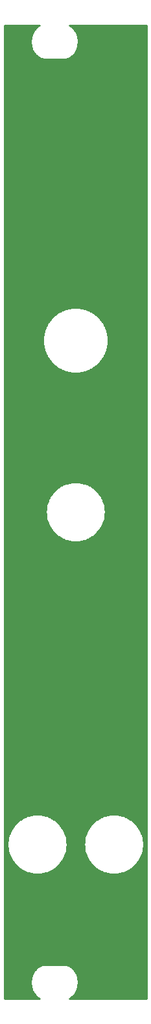
<source format=gtl>
G04 #@! TF.GenerationSoftware,KiCad,Pcbnew,(5.1.10)-1*
G04 #@! TF.CreationDate,2021-10-20T09:32:21-05:00*
G04 #@! TF.ProjectId,Slew Limiter Front Panel,536c6577-204c-4696-9d69-746572204672,1.0*
G04 #@! TF.SameCoordinates,Original*
G04 #@! TF.FileFunction,Copper,L1,Top*
G04 #@! TF.FilePolarity,Positive*
%FSLAX46Y46*%
G04 Gerber Fmt 4.6, Leading zero omitted, Abs format (unit mm)*
G04 Created by KiCad (PCBNEW (5.1.10)-1) date 2021-10-20 09:32:21*
%MOMM*%
%LPD*%
G01*
G04 APERTURE LIST*
G04 #@! TA.AperFunction,NonConductor*
%ADD10C,0.254000*%
G04 #@! TD*
G04 #@! TA.AperFunction,NonConductor*
%ADD11C,0.100000*%
G04 #@! TD*
G04 APERTURE END LIST*
D10*
X-4767174Y63238998D02*
X-4819549Y63210779D01*
X-4829082Y63202916D01*
X-4839751Y63196698D01*
X-4848029Y63190632D01*
X-5046143Y63043311D01*
X-5097134Y62997019D01*
X-5148390Y62951227D01*
X-5152213Y62947015D01*
X-5152350Y62946890D01*
X-5152458Y62946744D01*
X-5155287Y62943627D01*
X-5328016Y62750594D01*
X-5358789Y62708583D01*
X-5391760Y62668302D01*
X-5397395Y62659725D01*
X-5509145Y62486997D01*
X-5529020Y62448492D01*
X-5551811Y62411660D01*
X-5556270Y62402417D01*
X-5647716Y62209384D01*
X-5661873Y62169949D01*
X-5679186Y62131818D01*
X-5682429Y62122082D01*
X-5751008Y61911264D01*
X-5758149Y61878837D01*
X-5768655Y61847346D01*
X-5770868Y61837325D01*
X-5819121Y61611262D01*
X-5823287Y61574404D01*
X-5830916Y61538109D01*
X-5831966Y61527901D01*
X-5854832Y61289134D01*
X-5854764Y61259131D01*
X-5858107Y61229328D01*
X-5858179Y61219066D01*
X-5858179Y61137805D01*
X-5856789Y61123629D01*
X-5857630Y61109418D01*
X-5857163Y61099166D01*
X-5844460Y60857859D01*
X-5838542Y60818793D01*
X-5836083Y60779369D01*
X-5834377Y60769250D01*
X-5793746Y60538105D01*
X-5785124Y60507161D01*
X-5779894Y60475472D01*
X-5777174Y60465577D01*
X-5716196Y60249678D01*
X-5701332Y60211693D01*
X-5689729Y60172594D01*
X-5685797Y60163115D01*
X-5601995Y59965000D01*
X-5582756Y59929607D01*
X-5566626Y59892697D01*
X-5561557Y59883775D01*
X-5457406Y59703423D01*
X-5426170Y59659803D01*
X-5397127Y59614693D01*
X-5390700Y59606693D01*
X-5223053Y59400955D01*
X-5175886Y59353417D01*
X-5129451Y59305364D01*
X-5122046Y59299153D01*
X-5122019Y59299126D01*
X-5121992Y59299107D01*
X-5121588Y59298769D01*
X-4931096Y59141286D01*
X-4924211Y59136645D01*
X-4918237Y59130898D01*
X-4864839Y59096627D01*
X-4812147Y59061111D01*
X-4804493Y59057897D01*
X-4797515Y59053418D01*
X-4788346Y59048808D01*
X-4572447Y58942139D01*
X-4557400Y58936455D01*
X-4543383Y58928560D01*
X-4490411Y58911153D01*
X-4438254Y58891452D01*
X-4422387Y58888799D01*
X-4407105Y58883777D01*
X-4397075Y58881609D01*
X-4165931Y58833356D01*
X-4111087Y58827406D01*
X-4056594Y58818983D01*
X-4046344Y58818484D01*
X-3985387Y58815943D01*
X-3975188Y58816516D01*
X-3965037Y58815377D01*
X-3954775Y58815305D01*
X-1541766Y58815305D01*
X-1496090Y58819784D01*
X-1450217Y58821029D01*
X-1440043Y58822378D01*
X-1203838Y58855386D01*
X-1186572Y58859549D01*
X-1168898Y58861131D01*
X-1116996Y58876323D01*
X-1064388Y58889007D01*
X-1048264Y58896442D01*
X-1031227Y58901429D01*
X-1021734Y58905326D01*
X-803293Y58996772D01*
X-792437Y59002621D01*
X-780781Y59006642D01*
X-729378Y59036597D01*
X-677011Y59064813D01*
X-667500Y59072657D01*
X-656843Y59078868D01*
X-648565Y59084934D01*
X-450429Y59232255D01*
X-399446Y59278536D01*
X-348119Y59324397D01*
X-344350Y59328550D01*
X-344217Y59328671D01*
X-344112Y59328812D01*
X-341223Y59331996D01*
X-168516Y59525029D01*
X-137780Y59566995D01*
X-104840Y59607231D01*
X-99204Y59615808D01*
X12568Y59788536D01*
X34293Y59830615D01*
X58762Y59871140D01*
X63119Y59880431D01*
X152002Y60073463D01*
X163114Y60105511D01*
X177466Y60136229D01*
X180815Y60145930D01*
X251935Y60356748D01*
X260319Y60392942D01*
X272078Y60428179D01*
X274291Y60438200D01*
X322565Y60664263D01*
X327177Y60705031D01*
X335186Y60745256D01*
X336128Y60755475D01*
X356433Y60994242D01*
X356245Y61008848D01*
X358325Y61023302D01*
X358717Y61033556D01*
X361258Y61114840D01*
X359550Y61140488D01*
X361070Y61166135D01*
X360604Y61176387D01*
X347921Y61417672D01*
X341998Y61456797D01*
X339531Y61496284D01*
X337824Y61506403D01*
X297172Y61737548D01*
X288564Y61768430D01*
X283349Y61800048D01*
X280630Y61809944D01*
X219674Y62025844D01*
X203960Y62066012D01*
X191437Y62107261D01*
X187447Y62116716D01*
X101082Y62317372D01*
X81654Y62352583D01*
X65332Y62389323D01*
X60208Y62398215D01*
X-43920Y62576025D01*
X-72512Y62615444D01*
X-98565Y62656582D01*
X-104932Y62664630D01*
X-270038Y62870366D01*
X-270236Y62870568D01*
X-270388Y62870801D01*
X-319943Y62921421D01*
X-370309Y62972947D01*
X-370542Y62973107D01*
X-370737Y62973306D01*
X-378643Y62979849D01*
X-571676Y63137333D01*
X-575144Y63139638D01*
X-578128Y63142536D01*
X-634851Y63179321D01*
X-691143Y63216733D01*
X-694988Y63218319D01*
X-698483Y63220585D01*
X-707630Y63225238D01*
X-786196Y63264517D01*
X9266241Y63264517D01*
X9266241Y-63263828D01*
X-771997Y-63263828D01*
X-729382Y-63238994D01*
X-677014Y-63210778D01*
X-667502Y-63202933D01*
X-656843Y-63196721D01*
X-648565Y-63190655D01*
X-450429Y-63043334D01*
X-399446Y-62997053D01*
X-348119Y-62951192D01*
X-344350Y-62947039D01*
X-344217Y-62946918D01*
X-344112Y-62946777D01*
X-341223Y-62943593D01*
X-168516Y-62750560D01*
X-137780Y-62708594D01*
X-104840Y-62668358D01*
X-99204Y-62659781D01*
X12568Y-62487053D01*
X34293Y-62444974D01*
X58762Y-62404449D01*
X63119Y-62395158D01*
X152002Y-62202126D01*
X163114Y-62170078D01*
X177466Y-62139360D01*
X180815Y-62129659D01*
X251935Y-61918841D01*
X260319Y-61882647D01*
X272078Y-61847410D01*
X274291Y-61837389D01*
X322565Y-61611326D01*
X327176Y-61570560D01*
X335186Y-61530332D01*
X336128Y-61520113D01*
X356433Y-61281346D01*
X356244Y-61266735D01*
X358324Y-61252287D01*
X358717Y-61242032D01*
X361258Y-61160750D01*
X359550Y-61135102D01*
X361070Y-61109454D01*
X360604Y-61099202D01*
X347921Y-60857917D01*
X341997Y-60818792D01*
X339531Y-60779306D01*
X337824Y-60769186D01*
X297172Y-60538041D01*
X288565Y-60507161D01*
X283349Y-60475539D01*
X280630Y-60465643D01*
X219674Y-60249744D01*
X203960Y-60209576D01*
X191437Y-60168328D01*
X187447Y-60158873D01*
X101082Y-59958217D01*
X81654Y-59923006D01*
X65332Y-59886266D01*
X60208Y-59877374D01*
X-43920Y-59699564D01*
X-72514Y-59660142D01*
X-98564Y-59619009D01*
X-104931Y-59610960D01*
X-270037Y-59405223D01*
X-270235Y-59405020D01*
X-270389Y-59404785D01*
X-320231Y-59353872D01*
X-370307Y-59302643D01*
X-370540Y-59302483D01*
X-370738Y-59302281D01*
X-378644Y-59295738D01*
X-571677Y-59138255D01*
X-575145Y-59135950D01*
X-578128Y-59133053D01*
X-634820Y-59096289D01*
X-691145Y-59058854D01*
X-694993Y-59057267D01*
X-698483Y-59055004D01*
X-707630Y-59050351D01*
X-920989Y-58943682D01*
X-937601Y-58937318D01*
X-953097Y-58928587D01*
X-1004452Y-58911705D01*
X-1054941Y-58892362D01*
X-1072473Y-58889345D01*
X-1089370Y-58883791D01*
X-1099401Y-58881623D01*
X-1330545Y-58833348D01*
X-1385414Y-58827390D01*
X-1439959Y-58818960D01*
X-1450209Y-58818461D01*
X-1511166Y-58815921D01*
X-1521362Y-58816494D01*
X-1531504Y-58815356D01*
X-1541766Y-58815284D01*
X-3954775Y-58815284D01*
X-4000479Y-58819765D01*
X-4046379Y-58821015D01*
X-4056552Y-58822365D01*
X-4292778Y-58855394D01*
X-4310008Y-58859550D01*
X-4327663Y-58861130D01*
X-4379609Y-58876336D01*
X-4432227Y-58889026D01*
X-4448324Y-58896450D01*
X-4465333Y-58901429D01*
X-4474827Y-58905325D01*
X-4693268Y-58996771D01*
X-4704146Y-59002632D01*
X-4715818Y-59006659D01*
X-4767186Y-59036598D01*
X-4819551Y-59064812D01*
X-4829081Y-59072672D01*
X-4839751Y-59078891D01*
X-4848029Y-59084957D01*
X-5046143Y-59232278D01*
X-5097134Y-59278570D01*
X-5148390Y-59324362D01*
X-5152213Y-59328574D01*
X-5152350Y-59328699D01*
X-5152458Y-59328845D01*
X-5155287Y-59331962D01*
X-5328016Y-59524995D01*
X-5358789Y-59567006D01*
X-5391760Y-59607287D01*
X-5397395Y-59615864D01*
X-5509145Y-59788592D01*
X-5529020Y-59827097D01*
X-5551811Y-59863929D01*
X-5556270Y-59873172D01*
X-5647716Y-60066205D01*
X-5661873Y-60105640D01*
X-5679186Y-60143771D01*
X-5682429Y-60153507D01*
X-5751008Y-60364325D01*
X-5758149Y-60396752D01*
X-5768655Y-60428243D01*
X-5770868Y-60438264D01*
X-5819121Y-60664327D01*
X-5823287Y-60701185D01*
X-5830916Y-60737480D01*
X-5831966Y-60747688D01*
X-5854832Y-60986454D01*
X-5854764Y-61016457D01*
X-5858107Y-61046260D01*
X-5858179Y-61056522D01*
X-5858179Y-61137784D01*
X-5856789Y-61151960D01*
X-5857630Y-61166171D01*
X-5857163Y-61176423D01*
X-5844460Y-61417730D01*
X-5838542Y-61456796D01*
X-5836083Y-61496220D01*
X-5834377Y-61506340D01*
X-5793746Y-61737484D01*
X-5785124Y-61768429D01*
X-5779894Y-61800115D01*
X-5777174Y-61810010D01*
X-5716196Y-62025910D01*
X-5701333Y-62063892D01*
X-5689729Y-62102995D01*
X-5685797Y-62112474D01*
X-5601995Y-62310589D01*
X-5582756Y-62345982D01*
X-5566626Y-62382892D01*
X-5561557Y-62391814D01*
X-5457406Y-62572166D01*
X-5426163Y-62615797D01*
X-5397125Y-62660897D01*
X-5390699Y-62668898D01*
X-5223052Y-62874634D01*
X-5175891Y-62922166D01*
X-5129453Y-62970223D01*
X-5122047Y-62976434D01*
X-5122018Y-62976463D01*
X-5121988Y-62976483D01*
X-5121590Y-62976817D01*
X-4931098Y-63134301D01*
X-4924213Y-63138942D01*
X-4918237Y-63144691D01*
X-4864836Y-63178964D01*
X-4812149Y-63214477D01*
X-4804494Y-63217692D01*
X-4797515Y-63222171D01*
X-4788346Y-63226781D01*
X-4713363Y-63263828D01*
X-9266241Y-63263828D01*
X-9266241Y-43224164D01*
X-8909598Y-43224164D01*
X-8909189Y-43234418D01*
X-8893944Y-43559527D01*
X-8889109Y-43592732D01*
X-8887757Y-43626248D01*
X-8886275Y-43636402D01*
X-8838022Y-43951370D01*
X-8830124Y-43982333D01*
X-8825632Y-44013954D01*
X-8823135Y-44023908D01*
X-8744393Y-44328714D01*
X-8733858Y-44357525D01*
X-8726615Y-44387327D01*
X-8723162Y-44396991D01*
X-8616494Y-44689092D01*
X-8602387Y-44718455D01*
X-8591494Y-44749158D01*
X-8587071Y-44758418D01*
X-8452431Y-45035275D01*
X-8437953Y-45058869D01*
X-8426411Y-45084029D01*
X-8421180Y-45092859D01*
X-8263718Y-45354471D01*
X-8245537Y-45378913D01*
X-8230223Y-45405240D01*
X-8224164Y-45413523D01*
X-8041272Y-45659912D01*
X-8018670Y-45684851D01*
X-7998784Y-45711994D01*
X-7991888Y-45719593D01*
X-7786151Y-45943115D01*
X-7765701Y-45961382D01*
X-7747610Y-45981978D01*
X-7740069Y-45988938D01*
X-7514006Y-46194675D01*
X-7490138Y-46212469D01*
X-7468462Y-46232874D01*
X-7460296Y-46239088D01*
X-7216470Y-46421959D01*
X-7191113Y-46437358D01*
X-7167692Y-46455559D01*
X-7158975Y-46460974D01*
X-6897340Y-46621000D01*
X-6867594Y-46635413D01*
X-6839536Y-46652880D01*
X-6830305Y-46657363D01*
X-6553449Y-46789439D01*
X-6525429Y-46799584D01*
X-6498759Y-46812861D01*
X-6489144Y-46816450D01*
X-6197044Y-46923139D01*
X-6167319Y-46930807D01*
X-6138637Y-46941751D01*
X-6128719Y-46944387D01*
X-5823914Y-47023129D01*
X-5792353Y-47028063D01*
X-5761517Y-47036389D01*
X-5751384Y-47038014D01*
X-5436438Y-47086267D01*
X-5402936Y-47088088D01*
X-5369800Y-47093386D01*
X-5359552Y-47093938D01*
X-5034422Y-47109183D01*
X-5005110Y-47107690D01*
X-4975822Y-47109592D01*
X-4965568Y-47109183D01*
X-4640459Y-47093938D01*
X-4607254Y-47089103D01*
X-4573737Y-47087751D01*
X-4563582Y-47086269D01*
X-4248615Y-47038016D01*
X-4216930Y-47029934D01*
X-4184579Y-47025271D01*
X-4174631Y-47022754D01*
X-3872366Y-46944012D01*
X-3844252Y-46933667D01*
X-3815153Y-46926593D01*
X-3805489Y-46923140D01*
X-3513388Y-46816450D01*
X-3487698Y-46804106D01*
X-3460742Y-46794876D01*
X-3451434Y-46790555D01*
X-3172037Y-46658479D01*
X-3142546Y-46640829D01*
X-3111418Y-46626278D01*
X-3102627Y-46620985D01*
X-2841015Y-46460960D01*
X-2817363Y-46443102D01*
X-2791822Y-46428077D01*
X-2783569Y-46421978D01*
X-2539721Y-46239108D01*
X-2517744Y-46218993D01*
X-2493623Y-46201529D01*
X-2485985Y-46194675D01*
X-2259922Y-45988938D01*
X-2240021Y-45966909D01*
X-2217726Y-45947304D01*
X-2210770Y-45939759D01*
X-2007574Y-45716237D01*
X-1988814Y-45691044D01*
X-1967409Y-45668076D01*
X-1961235Y-45659878D01*
X-1778365Y-45413489D01*
X-1764047Y-45389644D01*
X-1746981Y-45367685D01*
X-1741565Y-45358968D01*
X-1581541Y-45097357D01*
X-1568312Y-45070057D01*
X-1552093Y-45044431D01*
X-1547541Y-45035234D01*
X-1412923Y-44758378D01*
X-1401619Y-44727871D01*
X-1387124Y-44698753D01*
X-1383535Y-44689138D01*
X-1276846Y-44397038D01*
X-1268459Y-44364527D01*
X-1256739Y-44333073D01*
X-1254180Y-44323135D01*
X-1177979Y-44018330D01*
X-1173713Y-43989565D01*
X-1166136Y-43961503D01*
X-1164510Y-43951370D01*
X-1116257Y-43636402D01*
X-1114592Y-43605749D01*
X-1109511Y-43575490D01*
X-1108878Y-43565247D01*
X-1091093Y-43240138D01*
X-1091781Y-43224161D01*
X1090394Y-43224161D01*
X1090803Y-43234416D01*
X1106047Y-43559524D01*
X1110882Y-43592728D01*
X1112234Y-43626248D01*
X1113716Y-43636402D01*
X1161969Y-43951370D01*
X1169867Y-43982333D01*
X1174359Y-44013954D01*
X1176856Y-44023908D01*
X1255598Y-44328714D01*
X1266134Y-44357528D01*
X1273377Y-44387329D01*
X1276829Y-44396993D01*
X1383498Y-44689094D01*
X1397607Y-44718461D01*
X1408498Y-44749158D01*
X1412921Y-44758418D01*
X1547561Y-45035275D01*
X1562039Y-45058869D01*
X1573581Y-45084029D01*
X1578812Y-45092859D01*
X1736274Y-45354471D01*
X1754454Y-45378911D01*
X1769768Y-45405239D01*
X1775827Y-45413522D01*
X1958718Y-45659911D01*
X1981323Y-45684853D01*
X2001207Y-45711994D01*
X2008103Y-45719593D01*
X2213840Y-45943115D01*
X2234290Y-45961382D01*
X2252381Y-45981978D01*
X2259922Y-45988938D01*
X2485985Y-46194675D01*
X2509857Y-46212472D01*
X2531530Y-46232874D01*
X2539696Y-46239089D01*
X2783524Y-46421960D01*
X2808879Y-46437358D01*
X2832299Y-46455558D01*
X2841016Y-46460974D01*
X3102649Y-46620999D01*
X3132402Y-46635415D01*
X3160456Y-46652880D01*
X3169687Y-46657364D01*
X3446544Y-46789440D01*
X3474568Y-46799586D01*
X3501233Y-46812861D01*
X3510848Y-46816450D01*
X3802948Y-46923139D01*
X3832673Y-46930807D01*
X3861355Y-46941751D01*
X3871273Y-46944387D01*
X4176078Y-47023129D01*
X4207639Y-47028063D01*
X4238475Y-47036389D01*
X4248608Y-47038014D01*
X4563554Y-47086267D01*
X4597056Y-47088088D01*
X4630192Y-47093386D01*
X4640440Y-47093938D01*
X4965570Y-47109183D01*
X4994882Y-47107690D01*
X5024170Y-47109592D01*
X5034424Y-47109183D01*
X5359533Y-47093938D01*
X5392738Y-47089103D01*
X5426254Y-47087751D01*
X5436408Y-47086269D01*
X5751376Y-47038016D01*
X5783059Y-47029934D01*
X5815413Y-47025271D01*
X5825362Y-47022754D01*
X6127626Y-46944012D01*
X6155739Y-46933667D01*
X6184838Y-46926593D01*
X6194502Y-46923140D01*
X6486603Y-46816450D01*
X6512293Y-46804106D01*
X6539249Y-46794876D01*
X6548557Y-46790555D01*
X6827954Y-46658479D01*
X6857445Y-46640829D01*
X6888573Y-46626278D01*
X6897364Y-46620985D01*
X7158976Y-46460960D01*
X7182628Y-46443102D01*
X7208169Y-46428077D01*
X7216422Y-46421978D01*
X7460270Y-46239108D01*
X7482247Y-46218993D01*
X7506368Y-46201529D01*
X7514006Y-46194675D01*
X7740069Y-45988938D01*
X7759970Y-45966909D01*
X7782265Y-45947304D01*
X7789221Y-45939759D01*
X7992417Y-45716237D01*
X8011177Y-45691044D01*
X8032582Y-45668076D01*
X8038756Y-45659878D01*
X8221626Y-45413489D01*
X8235942Y-45389647D01*
X8253009Y-45367687D01*
X8258425Y-45358970D01*
X8418450Y-45097358D01*
X8431679Y-45070058D01*
X8447900Y-45044429D01*
X8452452Y-45035232D01*
X8587069Y-44758376D01*
X8598372Y-44727869D01*
X8612867Y-44698753D01*
X8616456Y-44689138D01*
X8723145Y-44397038D01*
X8731530Y-44364532D01*
X8743252Y-44333075D01*
X8745810Y-44323137D01*
X8822012Y-44018332D01*
X8826278Y-43989572D01*
X8833857Y-43961501D01*
X8835482Y-43951368D01*
X8883734Y-43636400D01*
X8885399Y-43605753D01*
X8890480Y-43575492D01*
X8891113Y-43565249D01*
X8908899Y-43240140D01*
X8907381Y-43204936D01*
X8909374Y-43169778D01*
X8908881Y-43159527D01*
X8891095Y-42836937D01*
X8886514Y-42807195D01*
X8885337Y-42777119D01*
X8883866Y-42766963D01*
X8835614Y-42449474D01*
X8828173Y-42420159D01*
X8824097Y-42390205D01*
X8821658Y-42380237D01*
X8745456Y-42077973D01*
X8734356Y-42047057D01*
X8726598Y-42015146D01*
X8723145Y-42005482D01*
X8616456Y-41713382D01*
X8602365Y-41684057D01*
X8591492Y-41653405D01*
X8587069Y-41644144D01*
X8452452Y-41367288D01*
X8436597Y-41341446D01*
X8423758Y-41313977D01*
X8418465Y-41305186D01*
X8258439Y-41043551D01*
X8241665Y-41021332D01*
X8227666Y-40997266D01*
X8221607Y-40988983D01*
X8038738Y-40742616D01*
X8017653Y-40719350D01*
X7999266Y-40693925D01*
X7992417Y-40686283D01*
X7789221Y-40462761D01*
X7767199Y-40442843D01*
X7747610Y-40420542D01*
X7740069Y-40413582D01*
X7514006Y-40207845D01*
X7490140Y-40190053D01*
X7468469Y-40169652D01*
X7460303Y-40163437D01*
X7216455Y-39980546D01*
X7191090Y-39965141D01*
X7167657Y-39946932D01*
X7158940Y-39941517D01*
X6897328Y-39781513D01*
X6866443Y-39766549D01*
X6837242Y-39748511D01*
X6827995Y-39744060D01*
X6548598Y-39611963D01*
X6521725Y-39602339D01*
X6496174Y-39589621D01*
X6486559Y-39586033D01*
X6194458Y-39479364D01*
X6165474Y-39471889D01*
X6137538Y-39461165D01*
X6127626Y-39458508D01*
X5825362Y-39379766D01*
X5793063Y-39374650D01*
X5761509Y-39366130D01*
X5751376Y-39364504D01*
X5436408Y-39316251D01*
X5405755Y-39314586D01*
X5375496Y-39309505D01*
X5365253Y-39308872D01*
X5040144Y-39291087D01*
X5005099Y-39292598D01*
X4970101Y-39290599D01*
X4959851Y-39291087D01*
X4634720Y-39308872D01*
X4604373Y-39313533D01*
X4573709Y-39314770D01*
X4563554Y-39316253D01*
X4248608Y-39364506D01*
X4217653Y-39372402D01*
X4186032Y-39376894D01*
X4176078Y-39379391D01*
X3871273Y-39458133D01*
X3842461Y-39468668D01*
X3812657Y-39475912D01*
X3802992Y-39479365D01*
X3510892Y-39586033D01*
X3483989Y-39598958D01*
X3455796Y-39608725D01*
X3446503Y-39613079D01*
X3169646Y-39745176D01*
X3141380Y-39762232D01*
X3111478Y-39776206D01*
X3102686Y-39781499D01*
X2841053Y-39941503D01*
X2817344Y-39959400D01*
X2791743Y-39974464D01*
X2783491Y-39980564D01*
X2539664Y-40163455D01*
X2517717Y-40183547D01*
X2493623Y-40200991D01*
X2485985Y-40207845D01*
X2259922Y-40413582D01*
X2241541Y-40433928D01*
X2220843Y-40451903D01*
X2213840Y-40459405D01*
X2008103Y-40682927D01*
X1987845Y-40709784D01*
X1964911Y-40734387D01*
X1958737Y-40742584D01*
X1775846Y-40988951D01*
X1760149Y-41015087D01*
X1741613Y-41039295D01*
X1736260Y-41048051D01*
X1578798Y-41309685D01*
X1566914Y-41334667D01*
X1552113Y-41358048D01*
X1547561Y-41367245D01*
X1412921Y-41644102D01*
X1401599Y-41674653D01*
X1387086Y-41703811D01*
X1383498Y-41713426D01*
X1276829Y-42005527D01*
X1269354Y-42034511D01*
X1258630Y-42062447D01*
X1255973Y-42072359D01*
X1177231Y-42374623D01*
X1172047Y-42407351D01*
X1163451Y-42439337D01*
X1161838Y-42449472D01*
X1113585Y-42766960D01*
X1111835Y-42799898D01*
X1106616Y-42832459D01*
X1106059Y-42842706D01*
X1090815Y-43165296D01*
X1092304Y-43194747D01*
X1090394Y-43224161D01*
X-1091781Y-43224161D01*
X-1092610Y-43204943D01*
X-1090617Y-43169780D01*
X-1091110Y-43159530D01*
X-1108895Y-42836939D01*
X-1113478Y-42807183D01*
X-1114655Y-42777117D01*
X-1116126Y-42766960D01*
X-1164379Y-42449472D01*
X-1171817Y-42420166D01*
X-1175894Y-42390208D01*
X-1178333Y-42380239D01*
X-1254534Y-42077975D01*
X-1265635Y-42047055D01*
X-1273393Y-42015146D01*
X-1276846Y-42005482D01*
X-1383535Y-41713382D01*
X-1397626Y-41684057D01*
X-1408500Y-41653402D01*
X-1412923Y-41644142D01*
X-1547541Y-41367286D01*
X-1563400Y-41341438D01*
X-1576234Y-41313979D01*
X-1581527Y-41305187D01*
X-1741551Y-41043553D01*
X-1758325Y-41021334D01*
X-1772325Y-40997266D01*
X-1778384Y-40988983D01*
X-1961253Y-40742616D01*
X-1982338Y-40719350D01*
X-2000725Y-40693925D01*
X-2007574Y-40686283D01*
X-2210770Y-40462761D01*
X-2232792Y-40442843D01*
X-2252381Y-40420542D01*
X-2259922Y-40413582D01*
X-2485985Y-40207845D01*
X-2509851Y-40190053D01*
X-2531522Y-40169652D01*
X-2539688Y-40163437D01*
X-2783536Y-39980546D01*
X-2808901Y-39965141D01*
X-2832334Y-39946932D01*
X-2841051Y-39941517D01*
X-3102663Y-39781513D01*
X-3133548Y-39766549D01*
X-3162749Y-39748511D01*
X-3171996Y-39744060D01*
X-3451393Y-39611963D01*
X-3478266Y-39602339D01*
X-3503817Y-39589621D01*
X-3513432Y-39586033D01*
X-3805533Y-39479364D01*
X-3834517Y-39471889D01*
X-3862453Y-39461165D01*
X-3872366Y-39458508D01*
X-4174631Y-39379766D01*
X-4206928Y-39374650D01*
X-4238482Y-39366130D01*
X-4248615Y-39364504D01*
X-4563582Y-39316251D01*
X-4594238Y-39314585D01*
X-4624496Y-39309505D01*
X-4634738Y-39308872D01*
X-4959848Y-39291087D01*
X-4994893Y-39292598D01*
X-5029891Y-39290599D01*
X-5040141Y-39291087D01*
X-5365272Y-39308872D01*
X-5395619Y-39313533D01*
X-5426283Y-39314770D01*
X-5436438Y-39316253D01*
X-5751384Y-39364506D01*
X-5782339Y-39372402D01*
X-5813960Y-39376894D01*
X-5823914Y-39379391D01*
X-6128719Y-39458133D01*
X-6157531Y-39468668D01*
X-6187335Y-39475912D01*
X-6197000Y-39479365D01*
X-6489100Y-39586033D01*
X-6516002Y-39598958D01*
X-6544197Y-39608725D01*
X-6553490Y-39613079D01*
X-6830345Y-39745176D01*
X-6858607Y-39762230D01*
X-6888512Y-39776205D01*
X-6897304Y-39781498D01*
X-7158938Y-39941502D01*
X-7182650Y-39959401D01*
X-7208250Y-39974465D01*
X-7216503Y-39980565D01*
X-7460328Y-40163456D01*
X-7482274Y-40183546D01*
X-7506368Y-40200991D01*
X-7514006Y-40207845D01*
X-7740069Y-40413582D01*
X-7758450Y-40433928D01*
X-7779148Y-40451903D01*
X-7786151Y-40459405D01*
X-7991888Y-40682927D01*
X-8012146Y-40709784D01*
X-8035079Y-40734386D01*
X-8041254Y-40742583D01*
X-8224145Y-40988949D01*
X-8239844Y-41015088D01*
X-8258379Y-41039295D01*
X-8263732Y-41048051D01*
X-8421194Y-41309685D01*
X-8433078Y-41334667D01*
X-8447879Y-41358048D01*
X-8452431Y-41367245D01*
X-8587071Y-41644102D01*
X-8598393Y-41674653D01*
X-8612907Y-41703813D01*
X-8616494Y-41713428D01*
X-8723162Y-42005529D01*
X-8730636Y-42034508D01*
X-8741361Y-42062447D01*
X-8744018Y-42072359D01*
X-8822760Y-42374623D01*
X-8827944Y-42407351D01*
X-8836540Y-42439337D01*
X-8838153Y-42449472D01*
X-8886406Y-42766960D01*
X-8888156Y-42799895D01*
X-8893375Y-42832457D01*
X-8893932Y-42842704D01*
X-8909177Y-43165294D01*
X-8907688Y-43194746D01*
X-8909598Y-43224164D01*
X-9266241Y-43224164D01*
X-9266241Y-24169D01*
X-3909601Y-24169D01*
X-3909192Y-34423D01*
X-3893948Y-359553D01*
X-3889113Y-392761D01*
X-3887760Y-426286D01*
X-3886278Y-436440D01*
X-3838025Y-751387D01*
X-3830127Y-782348D01*
X-3825636Y-813964D01*
X-3823139Y-823918D01*
X-3744397Y-1128724D01*
X-3733854Y-1157558D01*
X-3726603Y-1187383D01*
X-3723150Y-1197047D01*
X-3616460Y-1489148D01*
X-3602369Y-1518472D01*
X-3591496Y-1549125D01*
X-3587073Y-1558386D01*
X-3452456Y-1835242D01*
X-3437959Y-1858870D01*
X-3426405Y-1884055D01*
X-3421175Y-1892884D01*
X-3263691Y-2154518D01*
X-3244430Y-2180411D01*
X-3228068Y-2208221D01*
X-3221968Y-2216474D01*
X-3039098Y-2460300D01*
X-3018994Y-2482263D01*
X-3001539Y-2506372D01*
X-2994685Y-2514010D01*
X-2788948Y-2740073D01*
X-2767070Y-2759838D01*
X-2747614Y-2781988D01*
X-2740073Y-2788948D01*
X-2514010Y-2994685D01*
X-2490143Y-3012478D01*
X-2468473Y-3032878D01*
X-2460307Y-3039093D01*
X-2216459Y-3221984D01*
X-2188882Y-3238731D01*
X-2163274Y-3258344D01*
X-2154520Y-3263698D01*
X-1892907Y-3421182D01*
X-1867867Y-3433097D01*
X-1844439Y-3447925D01*
X-1835242Y-3452477D01*
X-1558386Y-3587094D01*
X-1527859Y-3598405D01*
X-1498719Y-3612909D01*
X-1489104Y-3616497D01*
X-1197004Y-3723165D01*
X-1167302Y-3730825D01*
X-1138641Y-3741761D01*
X-1128723Y-3744397D01*
X-823918Y-3823139D01*
X-792351Y-3828074D01*
X-761513Y-3836400D01*
X-751380Y-3838026D01*
X-436412Y-3886279D01*
X-402908Y-3888099D01*
X-369782Y-3893396D01*
X-359535Y-3893948D01*
X-34426Y-3909192D01*
X-4980Y-3907692D01*
X24440Y-3909592D01*
X34694Y-3909180D01*
X357284Y-3893936D01*
X389927Y-3889171D01*
X422874Y-3887881D01*
X433030Y-3886410D01*
X750517Y-3838157D01*
X782628Y-3830007D01*
X815417Y-3825281D01*
X825366Y-3822764D01*
X1127630Y-3744022D01*
X1155723Y-3733685D01*
X1184798Y-3726618D01*
X1194462Y-3723166D01*
X1486563Y-3616497D01*
X1514725Y-3602967D01*
X1544198Y-3592631D01*
X1553474Y-3588242D01*
X1832871Y-3453625D01*
X1857677Y-3438528D01*
X1884055Y-3426426D01*
X1892884Y-3421196D01*
X2154518Y-3263712D01*
X2180428Y-3244438D01*
X2208254Y-3228065D01*
X2216506Y-3221965D01*
X2460332Y-3039074D01*
X2482278Y-3018983D01*
X2506372Y-3001539D01*
X2514010Y-2994685D01*
X2740073Y-2788948D01*
X2761358Y-2765387D01*
X2785083Y-2744287D01*
X2791997Y-2736703D01*
X2995192Y-2510640D01*
X3011479Y-2488509D01*
X3030317Y-2468500D01*
X3036532Y-2460334D01*
X3219424Y-2216508D01*
X3234848Y-2191113D01*
X3253074Y-2167657D01*
X3258489Y-2158940D01*
X3418492Y-1897306D01*
X3431692Y-1870058D01*
X3447884Y-1844479D01*
X3452437Y-1835282D01*
X3587074Y-1558426D01*
X3598393Y-1527883D01*
X3612909Y-1498719D01*
X3616497Y-1489104D01*
X3723165Y-1197004D01*
X3731543Y-1164516D01*
X3743256Y-1133083D01*
X3745815Y-1123145D01*
X3822016Y-818340D01*
X3826282Y-789578D01*
X3833858Y-761520D01*
X3835484Y-751387D01*
X3883737Y-436440D01*
X3885403Y-405781D01*
X3890484Y-375518D01*
X3891117Y-365275D01*
X3908902Y-40145D01*
X3907391Y-5105D01*
X3909390Y29897D01*
X3908902Y40148D01*
X3891117Y365257D01*
X3886458Y395593D01*
X3885221Y426257D01*
X3883738Y436412D01*
X3835485Y751380D01*
X3828118Y780259D01*
X3824101Y809781D01*
X3821662Y819750D01*
X3745461Y1122014D01*
X3734369Y1152909D01*
X3726618Y1184798D01*
X3723165Y1194463D01*
X3616497Y1486563D01*
X3602957Y1514745D01*
X3592612Y1544239D01*
X3588222Y1553515D01*
X3453584Y1832912D01*
X3437149Y1859913D01*
X3423770Y1888538D01*
X3418477Y1897330D01*
X3258475Y2158942D01*
X3240589Y2182634D01*
X3225543Y2208207D01*
X3219443Y2216460D01*
X3036551Y2460308D01*
X3017985Y2480590D01*
X3001999Y2502960D01*
X2995192Y2510640D01*
X2791997Y2736703D01*
X2766888Y2759670D01*
X2744286Y2785083D01*
X2736702Y2791997D01*
X2510640Y2995193D01*
X2488483Y3011499D01*
X2468466Y3030342D01*
X2460300Y3036557D01*
X2216474Y3219427D01*
X2191118Y3234826D01*
X2167696Y3253027D01*
X2158979Y3258443D01*
X1897345Y3418468D01*
X1866431Y3433447D01*
X1837205Y3451498D01*
X1827958Y3455948D01*
X1548561Y3588024D01*
X1524379Y3596683D01*
X1501470Y3608307D01*
X1491883Y3611969D01*
X1199783Y3721199D01*
X1165329Y3730369D01*
X1131946Y3742883D01*
X1122013Y3745461D01*
X819750Y3821662D01*
X789847Y3826157D01*
X760652Y3834003D01*
X750517Y3835616D01*
X433030Y3883869D01*
X402977Y3885466D01*
X373293Y3890463D01*
X363051Y3891100D01*
X40461Y3908885D01*
X5258Y3907382D01*
X-29897Y3909390D01*
X-40148Y3908902D01*
X-365257Y3891117D01*
X-395593Y3886458D01*
X-426257Y3885221D01*
X-436412Y3883738D01*
X-751380Y3835485D01*
X-779557Y3828298D01*
X-808367Y3824435D01*
X-818340Y3822016D01*
X-1123145Y3745815D01*
X-1157412Y3733589D01*
X-1192687Y3724726D01*
X-1202324Y3721199D01*
X-1494425Y3611968D01*
X-1518658Y3600095D01*
X-1544160Y3591262D01*
X-1553453Y3586908D01*
X-1830309Y3454832D01*
X-1858623Y3437749D01*
X-1888576Y3423748D01*
X-1897368Y3418454D01*
X-2158980Y3258429D01*
X-2182629Y3240573D01*
X-2208174Y3225546D01*
X-2216427Y3219446D01*
X-2460274Y3036577D01*
X-2480574Y3017997D01*
X-2502960Y3001999D01*
X-2510640Y2995192D01*
X-2736703Y2791997D01*
X-2758138Y2768563D01*
X-2781988Y2747614D01*
X-2788948Y2740073D01*
X-2994685Y2514010D01*
X-3012488Y2490129D01*
X-3032903Y2468441D01*
X-3039118Y2460274D01*
X-3221988Y2216426D01*
X-3238724Y2188865D01*
X-3258322Y2163275D01*
X-3263677Y2154520D01*
X-3421161Y1892908D01*
X-3433644Y1866675D01*
X-3449084Y1842085D01*
X-3453604Y1832871D01*
X-3588221Y1553474D01*
X-3598964Y1524158D01*
X-3612871Y1496221D01*
X-3616460Y1486607D01*
X-3723150Y1194506D01*
X-3730632Y1165499D01*
X-3741365Y1137542D01*
X-3744022Y1127630D01*
X-3822764Y825366D01*
X-3827880Y793067D01*
X-3836400Y761513D01*
X-3838026Y751380D01*
X-3886279Y436412D01*
X-3888099Y402908D01*
X-3893396Y369782D01*
X-3893948Y359534D01*
X-3909192Y34426D01*
X-3907699Y5115D01*
X-3909601Y-24169D01*
X-9266241Y-24169D01*
X-9266241Y22274300D01*
X-4290556Y22274300D01*
X-4290126Y22264047D01*
X-4272340Y21900826D01*
X-4267657Y21869123D01*
X-4266430Y21837101D01*
X-4264968Y21826944D01*
X-4211612Y21473887D01*
X-4203357Y21441250D01*
X-4198537Y21407948D01*
X-4196014Y21398001D01*
X-4107131Y21057647D01*
X-4096943Y21030011D01*
X-4090007Y21001386D01*
X-4086561Y20991720D01*
X-3967167Y20664069D01*
X-3953317Y20635189D01*
X-3942676Y20604988D01*
X-3938273Y20595718D01*
X-3788411Y20285832D01*
X-3772618Y20259968D01*
X-3759847Y20232488D01*
X-3754573Y20223685D01*
X-3576785Y19931583D01*
X-3559793Y19908974D01*
X-3545603Y19884523D01*
X-3539553Y19876234D01*
X-3336357Y19601919D01*
X-3314936Y19578236D01*
X-3296210Y19552368D01*
X-3289356Y19544730D01*
X-3058211Y19290719D01*
X-3036163Y19270798D01*
X-3016548Y19248492D01*
X-3009003Y19241535D01*
X-2757533Y19012932D01*
X-2733813Y18995269D01*
X-2712292Y18975010D01*
X-2704126Y18968795D01*
X-2429810Y18763058D01*
X-2403769Y18747244D01*
X-2379681Y18728608D01*
X-2370953Y18723211D01*
X-2078852Y18545422D01*
X-2050502Y18531761D01*
X-2023826Y18515075D01*
X-2014604Y18510572D01*
X-1702198Y18360711D01*
X-1674060Y18350455D01*
X-1647274Y18337062D01*
X-1637666Y18333457D01*
X-1312536Y18214063D01*
X-1280650Y18205778D01*
X-1249836Y18194175D01*
X-1239907Y18191581D01*
X-899553Y18105238D01*
X-868808Y18100569D01*
X-838785Y18092528D01*
X-828649Y18090923D01*
X-475591Y18037567D01*
X-445973Y18036018D01*
X-416744Y18031086D01*
X-406501Y18030445D01*
X-40741Y18010140D01*
X-4967Y18011653D01*
X30774Y18009655D01*
X41024Y18010156D01*
X404244Y18030461D01*
X433408Y18034976D01*
X462892Y18036105D01*
X473050Y18037567D01*
X826108Y18090923D01*
X856245Y18098545D01*
X887037Y18102782D01*
X897002Y18105236D01*
X1237377Y18191579D01*
X1267504Y18202446D01*
X1298630Y18209988D01*
X1308297Y18213434D01*
X1635946Y18332828D01*
X1664825Y18346678D01*
X1695025Y18357318D01*
X1704294Y18361720D01*
X2014181Y18511581D01*
X2040051Y18527377D01*
X2067529Y18540148D01*
X2076333Y18545422D01*
X2368434Y18723211D01*
X2392787Y18741514D01*
X2419038Y18756958D01*
X2427291Y18763058D01*
X2701607Y18968795D01*
X2722074Y18987530D01*
X2744636Y19003676D01*
X2752311Y19010488D01*
X3006300Y19239091D01*
X3028925Y19263858D01*
X3054005Y19286136D01*
X3060924Y19293716D01*
X3289528Y19547727D01*
X3305983Y19570058D01*
X3324985Y19590243D01*
X3331200Y19598409D01*
X3536937Y19872725D01*
X3552739Y19898746D01*
X3571367Y19922821D01*
X3576764Y19931549D01*
X3754574Y20223650D01*
X3767741Y20250972D01*
X3783902Y20276627D01*
X3788434Y20285834D01*
X3938295Y20595719D01*
X3949366Y20625796D01*
X3963622Y20654491D01*
X3967202Y20664108D01*
X4086575Y20991759D01*
X4094539Y21022737D01*
X4105809Y21052659D01*
X4108403Y21062588D01*
X4194767Y21402941D01*
X4199056Y21431173D01*
X4206635Y21458701D01*
X4208310Y21468825D01*
X4264185Y21821882D01*
X4266233Y21856425D01*
X4271767Y21890580D01*
X4272340Y21900826D01*
X4290126Y22264047D01*
X4288626Y22294756D01*
X4290565Y22325441D01*
X4290139Y22335694D01*
X4272353Y22701455D01*
X4267289Y22735815D01*
X4265718Y22770500D01*
X4264185Y22780647D01*
X4208310Y23133705D01*
X4201116Y23161335D01*
X4197224Y23189614D01*
X4194770Y23199578D01*
X4108406Y23539954D01*
X4097237Y23570915D01*
X4089410Y23602870D01*
X4085941Y23612528D01*
X3966568Y23937637D01*
X3953549Y23964614D01*
X3943687Y23992893D01*
X3939314Y24002177D01*
X3789452Y24314604D01*
X3773124Y24341539D01*
X3759848Y24370099D01*
X3754574Y24378902D01*
X3576764Y24671003D01*
X3558471Y24695341D01*
X3543037Y24721574D01*
X3536937Y24729827D01*
X3331200Y25004143D01*
X3311235Y25025954D01*
X3293911Y25049910D01*
X3287061Y25057552D01*
X3058457Y25309021D01*
X3036420Y25328952D01*
X3016814Y25351270D01*
X3009273Y25358230D01*
X2755284Y25589353D01*
X2729697Y25608426D01*
X2706332Y25630162D01*
X2698129Y25636329D01*
X2423812Y25839547D01*
X2399539Y25854092D01*
X2377161Y25871405D01*
X2368433Y25876802D01*
X2076331Y26054590D01*
X2049028Y26067746D01*
X2023390Y26083896D01*
X2014183Y26088429D01*
X1704296Y26238291D01*
X1674216Y26249363D01*
X1645523Y26263618D01*
X1635906Y26267199D01*
X1308256Y26386571D01*
X1279763Y26393896D01*
X1252312Y26404455D01*
X1242401Y26407118D01*
X902026Y26496023D01*
X868743Y26501317D01*
X836202Y26510031D01*
X826066Y26511635D01*
X473008Y26564970D01*
X441025Y26566641D01*
X409412Y26571763D01*
X399166Y26572336D01*
X35946Y26590121D01*
X5237Y26588621D01*
X-25444Y26590560D01*
X-35697Y26590134D01*
X-401458Y26572349D01*
X-433269Y26567661D01*
X-465391Y26566432D01*
X-475549Y26564970D01*
X-828607Y26511635D01*
X-861280Y26503373D01*
X-894631Y26498544D01*
X-904578Y26496020D01*
X-1244932Y26407115D01*
X-1273388Y26396623D01*
X-1302837Y26389411D01*
X-1312495Y26385942D01*
X-1637625Y26266570D01*
X-1664619Y26253544D01*
X-1692917Y26243674D01*
X-1702200Y26239300D01*
X-2014606Y26089438D01*
X-2041516Y26073124D01*
X-2070046Y26059864D01*
X-2078850Y26054590D01*
X-2370951Y25876802D01*
X-2393573Y25859800D01*
X-2418042Y25845598D01*
X-2426331Y25839547D01*
X-2700647Y25636329D01*
X-2725667Y25613696D01*
X-2752891Y25593782D01*
X-2760495Y25586891D01*
X-3011965Y25355768D01*
X-3029214Y25336486D01*
X-3048730Y25319514D01*
X-3055728Y25312008D01*
X-3286873Y25060538D01*
X-3307194Y25033560D01*
X-3330191Y25008837D01*
X-3336357Y25000633D01*
X-3539553Y24726318D01*
X-3554089Y24702058D01*
X-3571388Y24679697D01*
X-3576785Y24670969D01*
X-3754573Y24378867D01*
X-3768235Y24350513D01*
X-3784927Y24323827D01*
X-3789430Y24314606D01*
X-3939292Y24002179D01*
X-3949545Y23974049D01*
X-3962927Y23947285D01*
X-3966533Y23937677D01*
X-4085926Y23612568D01*
X-4093566Y23583165D01*
X-4104472Y23554806D01*
X-4107134Y23544895D01*
X-4196017Y23204519D01*
X-4201302Y23171281D01*
X-4210007Y23138780D01*
X-4211612Y23128644D01*
X-4264968Y22775586D01*
X-4266649Y22743451D01*
X-4271782Y22711701D01*
X-4272353Y22701455D01*
X-4290139Y22335694D01*
X-4288628Y22304977D01*
X-4290556Y22274300D01*
X-9266241Y22274300D01*
X-9266241Y63264517D01*
X-4723390Y63264517D01*
X-4767174Y63238998D01*
G04 #@! TA.AperFunction,NonConductor*
D11*
G36*
X-4767174Y63238998D02*
G01*
X-4819549Y63210779D01*
X-4829082Y63202916D01*
X-4839751Y63196698D01*
X-4848029Y63190632D01*
X-5046143Y63043311D01*
X-5097134Y62997019D01*
X-5148390Y62951227D01*
X-5152213Y62947015D01*
X-5152350Y62946890D01*
X-5152458Y62946744D01*
X-5155287Y62943627D01*
X-5328016Y62750594D01*
X-5358789Y62708583D01*
X-5391760Y62668302D01*
X-5397395Y62659725D01*
X-5509145Y62486997D01*
X-5529020Y62448492D01*
X-5551811Y62411660D01*
X-5556270Y62402417D01*
X-5647716Y62209384D01*
X-5661873Y62169949D01*
X-5679186Y62131818D01*
X-5682429Y62122082D01*
X-5751008Y61911264D01*
X-5758149Y61878837D01*
X-5768655Y61847346D01*
X-5770868Y61837325D01*
X-5819121Y61611262D01*
X-5823287Y61574404D01*
X-5830916Y61538109D01*
X-5831966Y61527901D01*
X-5854832Y61289134D01*
X-5854764Y61259131D01*
X-5858107Y61229328D01*
X-5858179Y61219066D01*
X-5858179Y61137805D01*
X-5856789Y61123629D01*
X-5857630Y61109418D01*
X-5857163Y61099166D01*
X-5844460Y60857859D01*
X-5838542Y60818793D01*
X-5836083Y60779369D01*
X-5834377Y60769250D01*
X-5793746Y60538105D01*
X-5785124Y60507161D01*
X-5779894Y60475472D01*
X-5777174Y60465577D01*
X-5716196Y60249678D01*
X-5701332Y60211693D01*
X-5689729Y60172594D01*
X-5685797Y60163115D01*
X-5601995Y59965000D01*
X-5582756Y59929607D01*
X-5566626Y59892697D01*
X-5561557Y59883775D01*
X-5457406Y59703423D01*
X-5426170Y59659803D01*
X-5397127Y59614693D01*
X-5390700Y59606693D01*
X-5223053Y59400955D01*
X-5175886Y59353417D01*
X-5129451Y59305364D01*
X-5122046Y59299153D01*
X-5122019Y59299126D01*
X-5121992Y59299107D01*
X-5121588Y59298769D01*
X-4931096Y59141286D01*
X-4924211Y59136645D01*
X-4918237Y59130898D01*
X-4864839Y59096627D01*
X-4812147Y59061111D01*
X-4804493Y59057897D01*
X-4797515Y59053418D01*
X-4788346Y59048808D01*
X-4572447Y58942139D01*
X-4557400Y58936455D01*
X-4543383Y58928560D01*
X-4490411Y58911153D01*
X-4438254Y58891452D01*
X-4422387Y58888799D01*
X-4407105Y58883777D01*
X-4397075Y58881609D01*
X-4165931Y58833356D01*
X-4111087Y58827406D01*
X-4056594Y58818983D01*
X-4046344Y58818484D01*
X-3985387Y58815943D01*
X-3975188Y58816516D01*
X-3965037Y58815377D01*
X-3954775Y58815305D01*
X-1541766Y58815305D01*
X-1496090Y58819784D01*
X-1450217Y58821029D01*
X-1440043Y58822378D01*
X-1203838Y58855386D01*
X-1186572Y58859549D01*
X-1168898Y58861131D01*
X-1116996Y58876323D01*
X-1064388Y58889007D01*
X-1048264Y58896442D01*
X-1031227Y58901429D01*
X-1021734Y58905326D01*
X-803293Y58996772D01*
X-792437Y59002621D01*
X-780781Y59006642D01*
X-729378Y59036597D01*
X-677011Y59064813D01*
X-667500Y59072657D01*
X-656843Y59078868D01*
X-648565Y59084934D01*
X-450429Y59232255D01*
X-399446Y59278536D01*
X-348119Y59324397D01*
X-344350Y59328550D01*
X-344217Y59328671D01*
X-344112Y59328812D01*
X-341223Y59331996D01*
X-168516Y59525029D01*
X-137780Y59566995D01*
X-104840Y59607231D01*
X-99204Y59615808D01*
X12568Y59788536D01*
X34293Y59830615D01*
X58762Y59871140D01*
X63119Y59880431D01*
X152002Y60073463D01*
X163114Y60105511D01*
X177466Y60136229D01*
X180815Y60145930D01*
X251935Y60356748D01*
X260319Y60392942D01*
X272078Y60428179D01*
X274291Y60438200D01*
X322565Y60664263D01*
X327177Y60705031D01*
X335186Y60745256D01*
X336128Y60755475D01*
X356433Y60994242D01*
X356245Y61008848D01*
X358325Y61023302D01*
X358717Y61033556D01*
X361258Y61114840D01*
X359550Y61140488D01*
X361070Y61166135D01*
X360604Y61176387D01*
X347921Y61417672D01*
X341998Y61456797D01*
X339531Y61496284D01*
X337824Y61506403D01*
X297172Y61737548D01*
X288564Y61768430D01*
X283349Y61800048D01*
X280630Y61809944D01*
X219674Y62025844D01*
X203960Y62066012D01*
X191437Y62107261D01*
X187447Y62116716D01*
X101082Y62317372D01*
X81654Y62352583D01*
X65332Y62389323D01*
X60208Y62398215D01*
X-43920Y62576025D01*
X-72512Y62615444D01*
X-98565Y62656582D01*
X-104932Y62664630D01*
X-270038Y62870366D01*
X-270236Y62870568D01*
X-270388Y62870801D01*
X-319943Y62921421D01*
X-370309Y62972947D01*
X-370542Y62973107D01*
X-370737Y62973306D01*
X-378643Y62979849D01*
X-571676Y63137333D01*
X-575144Y63139638D01*
X-578128Y63142536D01*
X-634851Y63179321D01*
X-691143Y63216733D01*
X-694988Y63218319D01*
X-698483Y63220585D01*
X-707630Y63225238D01*
X-786196Y63264517D01*
X9266241Y63264517D01*
X9266241Y-63263828D01*
X-771997Y-63263828D01*
X-729382Y-63238994D01*
X-677014Y-63210778D01*
X-667502Y-63202933D01*
X-656843Y-63196721D01*
X-648565Y-63190655D01*
X-450429Y-63043334D01*
X-399446Y-62997053D01*
X-348119Y-62951192D01*
X-344350Y-62947039D01*
X-344217Y-62946918D01*
X-344112Y-62946777D01*
X-341223Y-62943593D01*
X-168516Y-62750560D01*
X-137780Y-62708594D01*
X-104840Y-62668358D01*
X-99204Y-62659781D01*
X12568Y-62487053D01*
X34293Y-62444974D01*
X58762Y-62404449D01*
X63119Y-62395158D01*
X152002Y-62202126D01*
X163114Y-62170078D01*
X177466Y-62139360D01*
X180815Y-62129659D01*
X251935Y-61918841D01*
X260319Y-61882647D01*
X272078Y-61847410D01*
X274291Y-61837389D01*
X322565Y-61611326D01*
X327176Y-61570560D01*
X335186Y-61530332D01*
X336128Y-61520113D01*
X356433Y-61281346D01*
X356244Y-61266735D01*
X358324Y-61252287D01*
X358717Y-61242032D01*
X361258Y-61160750D01*
X359550Y-61135102D01*
X361070Y-61109454D01*
X360604Y-61099202D01*
X347921Y-60857917D01*
X341997Y-60818792D01*
X339531Y-60779306D01*
X337824Y-60769186D01*
X297172Y-60538041D01*
X288565Y-60507161D01*
X283349Y-60475539D01*
X280630Y-60465643D01*
X219674Y-60249744D01*
X203960Y-60209576D01*
X191437Y-60168328D01*
X187447Y-60158873D01*
X101082Y-59958217D01*
X81654Y-59923006D01*
X65332Y-59886266D01*
X60208Y-59877374D01*
X-43920Y-59699564D01*
X-72514Y-59660142D01*
X-98564Y-59619009D01*
X-104931Y-59610960D01*
X-270037Y-59405223D01*
X-270235Y-59405020D01*
X-270389Y-59404785D01*
X-320231Y-59353872D01*
X-370307Y-59302643D01*
X-370540Y-59302483D01*
X-370738Y-59302281D01*
X-378644Y-59295738D01*
X-571677Y-59138255D01*
X-575145Y-59135950D01*
X-578128Y-59133053D01*
X-634820Y-59096289D01*
X-691145Y-59058854D01*
X-694993Y-59057267D01*
X-698483Y-59055004D01*
X-707630Y-59050351D01*
X-920989Y-58943682D01*
X-937601Y-58937318D01*
X-953097Y-58928587D01*
X-1004452Y-58911705D01*
X-1054941Y-58892362D01*
X-1072473Y-58889345D01*
X-1089370Y-58883791D01*
X-1099401Y-58881623D01*
X-1330545Y-58833348D01*
X-1385414Y-58827390D01*
X-1439959Y-58818960D01*
X-1450209Y-58818461D01*
X-1511166Y-58815921D01*
X-1521362Y-58816494D01*
X-1531504Y-58815356D01*
X-1541766Y-58815284D01*
X-3954775Y-58815284D01*
X-4000479Y-58819765D01*
X-4046379Y-58821015D01*
X-4056552Y-58822365D01*
X-4292778Y-58855394D01*
X-4310008Y-58859550D01*
X-4327663Y-58861130D01*
X-4379609Y-58876336D01*
X-4432227Y-58889026D01*
X-4448324Y-58896450D01*
X-4465333Y-58901429D01*
X-4474827Y-58905325D01*
X-4693268Y-58996771D01*
X-4704146Y-59002632D01*
X-4715818Y-59006659D01*
X-4767186Y-59036598D01*
X-4819551Y-59064812D01*
X-4829081Y-59072672D01*
X-4839751Y-59078891D01*
X-4848029Y-59084957D01*
X-5046143Y-59232278D01*
X-5097134Y-59278570D01*
X-5148390Y-59324362D01*
X-5152213Y-59328574D01*
X-5152350Y-59328699D01*
X-5152458Y-59328845D01*
X-5155287Y-59331962D01*
X-5328016Y-59524995D01*
X-5358789Y-59567006D01*
X-5391760Y-59607287D01*
X-5397395Y-59615864D01*
X-5509145Y-59788592D01*
X-5529020Y-59827097D01*
X-5551811Y-59863929D01*
X-5556270Y-59873172D01*
X-5647716Y-60066205D01*
X-5661873Y-60105640D01*
X-5679186Y-60143771D01*
X-5682429Y-60153507D01*
X-5751008Y-60364325D01*
X-5758149Y-60396752D01*
X-5768655Y-60428243D01*
X-5770868Y-60438264D01*
X-5819121Y-60664327D01*
X-5823287Y-60701185D01*
X-5830916Y-60737480D01*
X-5831966Y-60747688D01*
X-5854832Y-60986454D01*
X-5854764Y-61016457D01*
X-5858107Y-61046260D01*
X-5858179Y-61056522D01*
X-5858179Y-61137784D01*
X-5856789Y-61151960D01*
X-5857630Y-61166171D01*
X-5857163Y-61176423D01*
X-5844460Y-61417730D01*
X-5838542Y-61456796D01*
X-5836083Y-61496220D01*
X-5834377Y-61506340D01*
X-5793746Y-61737484D01*
X-5785124Y-61768429D01*
X-5779894Y-61800115D01*
X-5777174Y-61810010D01*
X-5716196Y-62025910D01*
X-5701333Y-62063892D01*
X-5689729Y-62102995D01*
X-5685797Y-62112474D01*
X-5601995Y-62310589D01*
X-5582756Y-62345982D01*
X-5566626Y-62382892D01*
X-5561557Y-62391814D01*
X-5457406Y-62572166D01*
X-5426163Y-62615797D01*
X-5397125Y-62660897D01*
X-5390699Y-62668898D01*
X-5223052Y-62874634D01*
X-5175891Y-62922166D01*
X-5129453Y-62970223D01*
X-5122047Y-62976434D01*
X-5122018Y-62976463D01*
X-5121988Y-62976483D01*
X-5121590Y-62976817D01*
X-4931098Y-63134301D01*
X-4924213Y-63138942D01*
X-4918237Y-63144691D01*
X-4864836Y-63178964D01*
X-4812149Y-63214477D01*
X-4804494Y-63217692D01*
X-4797515Y-63222171D01*
X-4788346Y-63226781D01*
X-4713363Y-63263828D01*
X-9266241Y-63263828D01*
X-9266241Y-43224164D01*
X-8909598Y-43224164D01*
X-8909189Y-43234418D01*
X-8893944Y-43559527D01*
X-8889109Y-43592732D01*
X-8887757Y-43626248D01*
X-8886275Y-43636402D01*
X-8838022Y-43951370D01*
X-8830124Y-43982333D01*
X-8825632Y-44013954D01*
X-8823135Y-44023908D01*
X-8744393Y-44328714D01*
X-8733858Y-44357525D01*
X-8726615Y-44387327D01*
X-8723162Y-44396991D01*
X-8616494Y-44689092D01*
X-8602387Y-44718455D01*
X-8591494Y-44749158D01*
X-8587071Y-44758418D01*
X-8452431Y-45035275D01*
X-8437953Y-45058869D01*
X-8426411Y-45084029D01*
X-8421180Y-45092859D01*
X-8263718Y-45354471D01*
X-8245537Y-45378913D01*
X-8230223Y-45405240D01*
X-8224164Y-45413523D01*
X-8041272Y-45659912D01*
X-8018670Y-45684851D01*
X-7998784Y-45711994D01*
X-7991888Y-45719593D01*
X-7786151Y-45943115D01*
X-7765701Y-45961382D01*
X-7747610Y-45981978D01*
X-7740069Y-45988938D01*
X-7514006Y-46194675D01*
X-7490138Y-46212469D01*
X-7468462Y-46232874D01*
X-7460296Y-46239088D01*
X-7216470Y-46421959D01*
X-7191113Y-46437358D01*
X-7167692Y-46455559D01*
X-7158975Y-46460974D01*
X-6897340Y-46621000D01*
X-6867594Y-46635413D01*
X-6839536Y-46652880D01*
X-6830305Y-46657363D01*
X-6553449Y-46789439D01*
X-6525429Y-46799584D01*
X-6498759Y-46812861D01*
X-6489144Y-46816450D01*
X-6197044Y-46923139D01*
X-6167319Y-46930807D01*
X-6138637Y-46941751D01*
X-6128719Y-46944387D01*
X-5823914Y-47023129D01*
X-5792353Y-47028063D01*
X-5761517Y-47036389D01*
X-5751384Y-47038014D01*
X-5436438Y-47086267D01*
X-5402936Y-47088088D01*
X-5369800Y-47093386D01*
X-5359552Y-47093938D01*
X-5034422Y-47109183D01*
X-5005110Y-47107690D01*
X-4975822Y-47109592D01*
X-4965568Y-47109183D01*
X-4640459Y-47093938D01*
X-4607254Y-47089103D01*
X-4573737Y-47087751D01*
X-4563582Y-47086269D01*
X-4248615Y-47038016D01*
X-4216930Y-47029934D01*
X-4184579Y-47025271D01*
X-4174631Y-47022754D01*
X-3872366Y-46944012D01*
X-3844252Y-46933667D01*
X-3815153Y-46926593D01*
X-3805489Y-46923140D01*
X-3513388Y-46816450D01*
X-3487698Y-46804106D01*
X-3460742Y-46794876D01*
X-3451434Y-46790555D01*
X-3172037Y-46658479D01*
X-3142546Y-46640829D01*
X-3111418Y-46626278D01*
X-3102627Y-46620985D01*
X-2841015Y-46460960D01*
X-2817363Y-46443102D01*
X-2791822Y-46428077D01*
X-2783569Y-46421978D01*
X-2539721Y-46239108D01*
X-2517744Y-46218993D01*
X-2493623Y-46201529D01*
X-2485985Y-46194675D01*
X-2259922Y-45988938D01*
X-2240021Y-45966909D01*
X-2217726Y-45947304D01*
X-2210770Y-45939759D01*
X-2007574Y-45716237D01*
X-1988814Y-45691044D01*
X-1967409Y-45668076D01*
X-1961235Y-45659878D01*
X-1778365Y-45413489D01*
X-1764047Y-45389644D01*
X-1746981Y-45367685D01*
X-1741565Y-45358968D01*
X-1581541Y-45097357D01*
X-1568312Y-45070057D01*
X-1552093Y-45044431D01*
X-1547541Y-45035234D01*
X-1412923Y-44758378D01*
X-1401619Y-44727871D01*
X-1387124Y-44698753D01*
X-1383535Y-44689138D01*
X-1276846Y-44397038D01*
X-1268459Y-44364527D01*
X-1256739Y-44333073D01*
X-1254180Y-44323135D01*
X-1177979Y-44018330D01*
X-1173713Y-43989565D01*
X-1166136Y-43961503D01*
X-1164510Y-43951370D01*
X-1116257Y-43636402D01*
X-1114592Y-43605749D01*
X-1109511Y-43575490D01*
X-1108878Y-43565247D01*
X-1091093Y-43240138D01*
X-1091781Y-43224161D01*
X1090394Y-43224161D01*
X1090803Y-43234416D01*
X1106047Y-43559524D01*
X1110882Y-43592728D01*
X1112234Y-43626248D01*
X1113716Y-43636402D01*
X1161969Y-43951370D01*
X1169867Y-43982333D01*
X1174359Y-44013954D01*
X1176856Y-44023908D01*
X1255598Y-44328714D01*
X1266134Y-44357528D01*
X1273377Y-44387329D01*
X1276829Y-44396993D01*
X1383498Y-44689094D01*
X1397607Y-44718461D01*
X1408498Y-44749158D01*
X1412921Y-44758418D01*
X1547561Y-45035275D01*
X1562039Y-45058869D01*
X1573581Y-45084029D01*
X1578812Y-45092859D01*
X1736274Y-45354471D01*
X1754454Y-45378911D01*
X1769768Y-45405239D01*
X1775827Y-45413522D01*
X1958718Y-45659911D01*
X1981323Y-45684853D01*
X2001207Y-45711994D01*
X2008103Y-45719593D01*
X2213840Y-45943115D01*
X2234290Y-45961382D01*
X2252381Y-45981978D01*
X2259922Y-45988938D01*
X2485985Y-46194675D01*
X2509857Y-46212472D01*
X2531530Y-46232874D01*
X2539696Y-46239089D01*
X2783524Y-46421960D01*
X2808879Y-46437358D01*
X2832299Y-46455558D01*
X2841016Y-46460974D01*
X3102649Y-46620999D01*
X3132402Y-46635415D01*
X3160456Y-46652880D01*
X3169687Y-46657364D01*
X3446544Y-46789440D01*
X3474568Y-46799586D01*
X3501233Y-46812861D01*
X3510848Y-46816450D01*
X3802948Y-46923139D01*
X3832673Y-46930807D01*
X3861355Y-46941751D01*
X3871273Y-46944387D01*
X4176078Y-47023129D01*
X4207639Y-47028063D01*
X4238475Y-47036389D01*
X4248608Y-47038014D01*
X4563554Y-47086267D01*
X4597056Y-47088088D01*
X4630192Y-47093386D01*
X4640440Y-47093938D01*
X4965570Y-47109183D01*
X4994882Y-47107690D01*
X5024170Y-47109592D01*
X5034424Y-47109183D01*
X5359533Y-47093938D01*
X5392738Y-47089103D01*
X5426254Y-47087751D01*
X5436408Y-47086269D01*
X5751376Y-47038016D01*
X5783059Y-47029934D01*
X5815413Y-47025271D01*
X5825362Y-47022754D01*
X6127626Y-46944012D01*
X6155739Y-46933667D01*
X6184838Y-46926593D01*
X6194502Y-46923140D01*
X6486603Y-46816450D01*
X6512293Y-46804106D01*
X6539249Y-46794876D01*
X6548557Y-46790555D01*
X6827954Y-46658479D01*
X6857445Y-46640829D01*
X6888573Y-46626278D01*
X6897364Y-46620985D01*
X7158976Y-46460960D01*
X7182628Y-46443102D01*
X7208169Y-46428077D01*
X7216422Y-46421978D01*
X7460270Y-46239108D01*
X7482247Y-46218993D01*
X7506368Y-46201529D01*
X7514006Y-46194675D01*
X7740069Y-45988938D01*
X7759970Y-45966909D01*
X7782265Y-45947304D01*
X7789221Y-45939759D01*
X7992417Y-45716237D01*
X8011177Y-45691044D01*
X8032582Y-45668076D01*
X8038756Y-45659878D01*
X8221626Y-45413489D01*
X8235942Y-45389647D01*
X8253009Y-45367687D01*
X8258425Y-45358970D01*
X8418450Y-45097358D01*
X8431679Y-45070058D01*
X8447900Y-45044429D01*
X8452452Y-45035232D01*
X8587069Y-44758376D01*
X8598372Y-44727869D01*
X8612867Y-44698753D01*
X8616456Y-44689138D01*
X8723145Y-44397038D01*
X8731530Y-44364532D01*
X8743252Y-44333075D01*
X8745810Y-44323137D01*
X8822012Y-44018332D01*
X8826278Y-43989572D01*
X8833857Y-43961501D01*
X8835482Y-43951368D01*
X8883734Y-43636400D01*
X8885399Y-43605753D01*
X8890480Y-43575492D01*
X8891113Y-43565249D01*
X8908899Y-43240140D01*
X8907381Y-43204936D01*
X8909374Y-43169778D01*
X8908881Y-43159527D01*
X8891095Y-42836937D01*
X8886514Y-42807195D01*
X8885337Y-42777119D01*
X8883866Y-42766963D01*
X8835614Y-42449474D01*
X8828173Y-42420159D01*
X8824097Y-42390205D01*
X8821658Y-42380237D01*
X8745456Y-42077973D01*
X8734356Y-42047057D01*
X8726598Y-42015146D01*
X8723145Y-42005482D01*
X8616456Y-41713382D01*
X8602365Y-41684057D01*
X8591492Y-41653405D01*
X8587069Y-41644144D01*
X8452452Y-41367288D01*
X8436597Y-41341446D01*
X8423758Y-41313977D01*
X8418465Y-41305186D01*
X8258439Y-41043551D01*
X8241665Y-41021332D01*
X8227666Y-40997266D01*
X8221607Y-40988983D01*
X8038738Y-40742616D01*
X8017653Y-40719350D01*
X7999266Y-40693925D01*
X7992417Y-40686283D01*
X7789221Y-40462761D01*
X7767199Y-40442843D01*
X7747610Y-40420542D01*
X7740069Y-40413582D01*
X7514006Y-40207845D01*
X7490140Y-40190053D01*
X7468469Y-40169652D01*
X7460303Y-40163437D01*
X7216455Y-39980546D01*
X7191090Y-39965141D01*
X7167657Y-39946932D01*
X7158940Y-39941517D01*
X6897328Y-39781513D01*
X6866443Y-39766549D01*
X6837242Y-39748511D01*
X6827995Y-39744060D01*
X6548598Y-39611963D01*
X6521725Y-39602339D01*
X6496174Y-39589621D01*
X6486559Y-39586033D01*
X6194458Y-39479364D01*
X6165474Y-39471889D01*
X6137538Y-39461165D01*
X6127626Y-39458508D01*
X5825362Y-39379766D01*
X5793063Y-39374650D01*
X5761509Y-39366130D01*
X5751376Y-39364504D01*
X5436408Y-39316251D01*
X5405755Y-39314586D01*
X5375496Y-39309505D01*
X5365253Y-39308872D01*
X5040144Y-39291087D01*
X5005099Y-39292598D01*
X4970101Y-39290599D01*
X4959851Y-39291087D01*
X4634720Y-39308872D01*
X4604373Y-39313533D01*
X4573709Y-39314770D01*
X4563554Y-39316253D01*
X4248608Y-39364506D01*
X4217653Y-39372402D01*
X4186032Y-39376894D01*
X4176078Y-39379391D01*
X3871273Y-39458133D01*
X3842461Y-39468668D01*
X3812657Y-39475912D01*
X3802992Y-39479365D01*
X3510892Y-39586033D01*
X3483989Y-39598958D01*
X3455796Y-39608725D01*
X3446503Y-39613079D01*
X3169646Y-39745176D01*
X3141380Y-39762232D01*
X3111478Y-39776206D01*
X3102686Y-39781499D01*
X2841053Y-39941503D01*
X2817344Y-39959400D01*
X2791743Y-39974464D01*
X2783491Y-39980564D01*
X2539664Y-40163455D01*
X2517717Y-40183547D01*
X2493623Y-40200991D01*
X2485985Y-40207845D01*
X2259922Y-40413582D01*
X2241541Y-40433928D01*
X2220843Y-40451903D01*
X2213840Y-40459405D01*
X2008103Y-40682927D01*
X1987845Y-40709784D01*
X1964911Y-40734387D01*
X1958737Y-40742584D01*
X1775846Y-40988951D01*
X1760149Y-41015087D01*
X1741613Y-41039295D01*
X1736260Y-41048051D01*
X1578798Y-41309685D01*
X1566914Y-41334667D01*
X1552113Y-41358048D01*
X1547561Y-41367245D01*
X1412921Y-41644102D01*
X1401599Y-41674653D01*
X1387086Y-41703811D01*
X1383498Y-41713426D01*
X1276829Y-42005527D01*
X1269354Y-42034511D01*
X1258630Y-42062447D01*
X1255973Y-42072359D01*
X1177231Y-42374623D01*
X1172047Y-42407351D01*
X1163451Y-42439337D01*
X1161838Y-42449472D01*
X1113585Y-42766960D01*
X1111835Y-42799898D01*
X1106616Y-42832459D01*
X1106059Y-42842706D01*
X1090815Y-43165296D01*
X1092304Y-43194747D01*
X1090394Y-43224161D01*
X-1091781Y-43224161D01*
X-1092610Y-43204943D01*
X-1090617Y-43169780D01*
X-1091110Y-43159530D01*
X-1108895Y-42836939D01*
X-1113478Y-42807183D01*
X-1114655Y-42777117D01*
X-1116126Y-42766960D01*
X-1164379Y-42449472D01*
X-1171817Y-42420166D01*
X-1175894Y-42390208D01*
X-1178333Y-42380239D01*
X-1254534Y-42077975D01*
X-1265635Y-42047055D01*
X-1273393Y-42015146D01*
X-1276846Y-42005482D01*
X-1383535Y-41713382D01*
X-1397626Y-41684057D01*
X-1408500Y-41653402D01*
X-1412923Y-41644142D01*
X-1547541Y-41367286D01*
X-1563400Y-41341438D01*
X-1576234Y-41313979D01*
X-1581527Y-41305187D01*
X-1741551Y-41043553D01*
X-1758325Y-41021334D01*
X-1772325Y-40997266D01*
X-1778384Y-40988983D01*
X-1961253Y-40742616D01*
X-1982338Y-40719350D01*
X-2000725Y-40693925D01*
X-2007574Y-40686283D01*
X-2210770Y-40462761D01*
X-2232792Y-40442843D01*
X-2252381Y-40420542D01*
X-2259922Y-40413582D01*
X-2485985Y-40207845D01*
X-2509851Y-40190053D01*
X-2531522Y-40169652D01*
X-2539688Y-40163437D01*
X-2783536Y-39980546D01*
X-2808901Y-39965141D01*
X-2832334Y-39946932D01*
X-2841051Y-39941517D01*
X-3102663Y-39781513D01*
X-3133548Y-39766549D01*
X-3162749Y-39748511D01*
X-3171996Y-39744060D01*
X-3451393Y-39611963D01*
X-3478266Y-39602339D01*
X-3503817Y-39589621D01*
X-3513432Y-39586033D01*
X-3805533Y-39479364D01*
X-3834517Y-39471889D01*
X-3862453Y-39461165D01*
X-3872366Y-39458508D01*
X-4174631Y-39379766D01*
X-4206928Y-39374650D01*
X-4238482Y-39366130D01*
X-4248615Y-39364504D01*
X-4563582Y-39316251D01*
X-4594238Y-39314585D01*
X-4624496Y-39309505D01*
X-4634738Y-39308872D01*
X-4959848Y-39291087D01*
X-4994893Y-39292598D01*
X-5029891Y-39290599D01*
X-5040141Y-39291087D01*
X-5365272Y-39308872D01*
X-5395619Y-39313533D01*
X-5426283Y-39314770D01*
X-5436438Y-39316253D01*
X-5751384Y-39364506D01*
X-5782339Y-39372402D01*
X-5813960Y-39376894D01*
X-5823914Y-39379391D01*
X-6128719Y-39458133D01*
X-6157531Y-39468668D01*
X-6187335Y-39475912D01*
X-6197000Y-39479365D01*
X-6489100Y-39586033D01*
X-6516002Y-39598958D01*
X-6544197Y-39608725D01*
X-6553490Y-39613079D01*
X-6830345Y-39745176D01*
X-6858607Y-39762230D01*
X-6888512Y-39776205D01*
X-6897304Y-39781498D01*
X-7158938Y-39941502D01*
X-7182650Y-39959401D01*
X-7208250Y-39974465D01*
X-7216503Y-39980565D01*
X-7460328Y-40163456D01*
X-7482274Y-40183546D01*
X-7506368Y-40200991D01*
X-7514006Y-40207845D01*
X-7740069Y-40413582D01*
X-7758450Y-40433928D01*
X-7779148Y-40451903D01*
X-7786151Y-40459405D01*
X-7991888Y-40682927D01*
X-8012146Y-40709784D01*
X-8035079Y-40734386D01*
X-8041254Y-40742583D01*
X-8224145Y-40988949D01*
X-8239844Y-41015088D01*
X-8258379Y-41039295D01*
X-8263732Y-41048051D01*
X-8421194Y-41309685D01*
X-8433078Y-41334667D01*
X-8447879Y-41358048D01*
X-8452431Y-41367245D01*
X-8587071Y-41644102D01*
X-8598393Y-41674653D01*
X-8612907Y-41703813D01*
X-8616494Y-41713428D01*
X-8723162Y-42005529D01*
X-8730636Y-42034508D01*
X-8741361Y-42062447D01*
X-8744018Y-42072359D01*
X-8822760Y-42374623D01*
X-8827944Y-42407351D01*
X-8836540Y-42439337D01*
X-8838153Y-42449472D01*
X-8886406Y-42766960D01*
X-8888156Y-42799895D01*
X-8893375Y-42832457D01*
X-8893932Y-42842704D01*
X-8909177Y-43165294D01*
X-8907688Y-43194746D01*
X-8909598Y-43224164D01*
X-9266241Y-43224164D01*
X-9266241Y-24169D01*
X-3909601Y-24169D01*
X-3909192Y-34423D01*
X-3893948Y-359553D01*
X-3889113Y-392761D01*
X-3887760Y-426286D01*
X-3886278Y-436440D01*
X-3838025Y-751387D01*
X-3830127Y-782348D01*
X-3825636Y-813964D01*
X-3823139Y-823918D01*
X-3744397Y-1128724D01*
X-3733854Y-1157558D01*
X-3726603Y-1187383D01*
X-3723150Y-1197047D01*
X-3616460Y-1489148D01*
X-3602369Y-1518472D01*
X-3591496Y-1549125D01*
X-3587073Y-1558386D01*
X-3452456Y-1835242D01*
X-3437959Y-1858870D01*
X-3426405Y-1884055D01*
X-3421175Y-1892884D01*
X-3263691Y-2154518D01*
X-3244430Y-2180411D01*
X-3228068Y-2208221D01*
X-3221968Y-2216474D01*
X-3039098Y-2460300D01*
X-3018994Y-2482263D01*
X-3001539Y-2506372D01*
X-2994685Y-2514010D01*
X-2788948Y-2740073D01*
X-2767070Y-2759838D01*
X-2747614Y-2781988D01*
X-2740073Y-2788948D01*
X-2514010Y-2994685D01*
X-2490143Y-3012478D01*
X-2468473Y-3032878D01*
X-2460307Y-3039093D01*
X-2216459Y-3221984D01*
X-2188882Y-3238731D01*
X-2163274Y-3258344D01*
X-2154520Y-3263698D01*
X-1892907Y-3421182D01*
X-1867867Y-3433097D01*
X-1844439Y-3447925D01*
X-1835242Y-3452477D01*
X-1558386Y-3587094D01*
X-1527859Y-3598405D01*
X-1498719Y-3612909D01*
X-1489104Y-3616497D01*
X-1197004Y-3723165D01*
X-1167302Y-3730825D01*
X-1138641Y-3741761D01*
X-1128723Y-3744397D01*
X-823918Y-3823139D01*
X-792351Y-3828074D01*
X-761513Y-3836400D01*
X-751380Y-3838026D01*
X-436412Y-3886279D01*
X-402908Y-3888099D01*
X-369782Y-3893396D01*
X-359535Y-3893948D01*
X-34426Y-3909192D01*
X-4980Y-3907692D01*
X24440Y-3909592D01*
X34694Y-3909180D01*
X357284Y-3893936D01*
X389927Y-3889171D01*
X422874Y-3887881D01*
X433030Y-3886410D01*
X750517Y-3838157D01*
X782628Y-3830007D01*
X815417Y-3825281D01*
X825366Y-3822764D01*
X1127630Y-3744022D01*
X1155723Y-3733685D01*
X1184798Y-3726618D01*
X1194462Y-3723166D01*
X1486563Y-3616497D01*
X1514725Y-3602967D01*
X1544198Y-3592631D01*
X1553474Y-3588242D01*
X1832871Y-3453625D01*
X1857677Y-3438528D01*
X1884055Y-3426426D01*
X1892884Y-3421196D01*
X2154518Y-3263712D01*
X2180428Y-3244438D01*
X2208254Y-3228065D01*
X2216506Y-3221965D01*
X2460332Y-3039074D01*
X2482278Y-3018983D01*
X2506372Y-3001539D01*
X2514010Y-2994685D01*
X2740073Y-2788948D01*
X2761358Y-2765387D01*
X2785083Y-2744287D01*
X2791997Y-2736703D01*
X2995192Y-2510640D01*
X3011479Y-2488509D01*
X3030317Y-2468500D01*
X3036532Y-2460334D01*
X3219424Y-2216508D01*
X3234848Y-2191113D01*
X3253074Y-2167657D01*
X3258489Y-2158940D01*
X3418492Y-1897306D01*
X3431692Y-1870058D01*
X3447884Y-1844479D01*
X3452437Y-1835282D01*
X3587074Y-1558426D01*
X3598393Y-1527883D01*
X3612909Y-1498719D01*
X3616497Y-1489104D01*
X3723165Y-1197004D01*
X3731543Y-1164516D01*
X3743256Y-1133083D01*
X3745815Y-1123145D01*
X3822016Y-818340D01*
X3826282Y-789578D01*
X3833858Y-761520D01*
X3835484Y-751387D01*
X3883737Y-436440D01*
X3885403Y-405781D01*
X3890484Y-375518D01*
X3891117Y-365275D01*
X3908902Y-40145D01*
X3907391Y-5105D01*
X3909390Y29897D01*
X3908902Y40148D01*
X3891117Y365257D01*
X3886458Y395593D01*
X3885221Y426257D01*
X3883738Y436412D01*
X3835485Y751380D01*
X3828118Y780259D01*
X3824101Y809781D01*
X3821662Y819750D01*
X3745461Y1122014D01*
X3734369Y1152909D01*
X3726618Y1184798D01*
X3723165Y1194463D01*
X3616497Y1486563D01*
X3602957Y1514745D01*
X3592612Y1544239D01*
X3588222Y1553515D01*
X3453584Y1832912D01*
X3437149Y1859913D01*
X3423770Y1888538D01*
X3418477Y1897330D01*
X3258475Y2158942D01*
X3240589Y2182634D01*
X3225543Y2208207D01*
X3219443Y2216460D01*
X3036551Y2460308D01*
X3017985Y2480590D01*
X3001999Y2502960D01*
X2995192Y2510640D01*
X2791997Y2736703D01*
X2766888Y2759670D01*
X2744286Y2785083D01*
X2736702Y2791997D01*
X2510640Y2995193D01*
X2488483Y3011499D01*
X2468466Y3030342D01*
X2460300Y3036557D01*
X2216474Y3219427D01*
X2191118Y3234826D01*
X2167696Y3253027D01*
X2158979Y3258443D01*
X1897345Y3418468D01*
X1866431Y3433447D01*
X1837205Y3451498D01*
X1827958Y3455948D01*
X1548561Y3588024D01*
X1524379Y3596683D01*
X1501470Y3608307D01*
X1491883Y3611969D01*
X1199783Y3721199D01*
X1165329Y3730369D01*
X1131946Y3742883D01*
X1122013Y3745461D01*
X819750Y3821662D01*
X789847Y3826157D01*
X760652Y3834003D01*
X750517Y3835616D01*
X433030Y3883869D01*
X402977Y3885466D01*
X373293Y3890463D01*
X363051Y3891100D01*
X40461Y3908885D01*
X5258Y3907382D01*
X-29897Y3909390D01*
X-40148Y3908902D01*
X-365257Y3891117D01*
X-395593Y3886458D01*
X-426257Y3885221D01*
X-436412Y3883738D01*
X-751380Y3835485D01*
X-779557Y3828298D01*
X-808367Y3824435D01*
X-818340Y3822016D01*
X-1123145Y3745815D01*
X-1157412Y3733589D01*
X-1192687Y3724726D01*
X-1202324Y3721199D01*
X-1494425Y3611968D01*
X-1518658Y3600095D01*
X-1544160Y3591262D01*
X-1553453Y3586908D01*
X-1830309Y3454832D01*
X-1858623Y3437749D01*
X-1888576Y3423748D01*
X-1897368Y3418454D01*
X-2158980Y3258429D01*
X-2182629Y3240573D01*
X-2208174Y3225546D01*
X-2216427Y3219446D01*
X-2460274Y3036577D01*
X-2480574Y3017997D01*
X-2502960Y3001999D01*
X-2510640Y2995192D01*
X-2736703Y2791997D01*
X-2758138Y2768563D01*
X-2781988Y2747614D01*
X-2788948Y2740073D01*
X-2994685Y2514010D01*
X-3012488Y2490129D01*
X-3032903Y2468441D01*
X-3039118Y2460274D01*
X-3221988Y2216426D01*
X-3238724Y2188865D01*
X-3258322Y2163275D01*
X-3263677Y2154520D01*
X-3421161Y1892908D01*
X-3433644Y1866675D01*
X-3449084Y1842085D01*
X-3453604Y1832871D01*
X-3588221Y1553474D01*
X-3598964Y1524158D01*
X-3612871Y1496221D01*
X-3616460Y1486607D01*
X-3723150Y1194506D01*
X-3730632Y1165499D01*
X-3741365Y1137542D01*
X-3744022Y1127630D01*
X-3822764Y825366D01*
X-3827880Y793067D01*
X-3836400Y761513D01*
X-3838026Y751380D01*
X-3886279Y436412D01*
X-3888099Y402908D01*
X-3893396Y369782D01*
X-3893948Y359534D01*
X-3909192Y34426D01*
X-3907699Y5115D01*
X-3909601Y-24169D01*
X-9266241Y-24169D01*
X-9266241Y22274300D01*
X-4290556Y22274300D01*
X-4290126Y22264047D01*
X-4272340Y21900826D01*
X-4267657Y21869123D01*
X-4266430Y21837101D01*
X-4264968Y21826944D01*
X-4211612Y21473887D01*
X-4203357Y21441250D01*
X-4198537Y21407948D01*
X-4196014Y21398001D01*
X-4107131Y21057647D01*
X-4096943Y21030011D01*
X-4090007Y21001386D01*
X-4086561Y20991720D01*
X-3967167Y20664069D01*
X-3953317Y20635189D01*
X-3942676Y20604988D01*
X-3938273Y20595718D01*
X-3788411Y20285832D01*
X-3772618Y20259968D01*
X-3759847Y20232488D01*
X-3754573Y20223685D01*
X-3576785Y19931583D01*
X-3559793Y19908974D01*
X-3545603Y19884523D01*
X-3539553Y19876234D01*
X-3336357Y19601919D01*
X-3314936Y19578236D01*
X-3296210Y19552368D01*
X-3289356Y19544730D01*
X-3058211Y19290719D01*
X-3036163Y19270798D01*
X-3016548Y19248492D01*
X-3009003Y19241535D01*
X-2757533Y19012932D01*
X-2733813Y18995269D01*
X-2712292Y18975010D01*
X-2704126Y18968795D01*
X-2429810Y18763058D01*
X-2403769Y18747244D01*
X-2379681Y18728608D01*
X-2370953Y18723211D01*
X-2078852Y18545422D01*
X-2050502Y18531761D01*
X-2023826Y18515075D01*
X-2014604Y18510572D01*
X-1702198Y18360711D01*
X-1674060Y18350455D01*
X-1647274Y18337062D01*
X-1637666Y18333457D01*
X-1312536Y18214063D01*
X-1280650Y18205778D01*
X-1249836Y18194175D01*
X-1239907Y18191581D01*
X-899553Y18105238D01*
X-868808Y18100569D01*
X-838785Y18092528D01*
X-828649Y18090923D01*
X-475591Y18037567D01*
X-445973Y18036018D01*
X-416744Y18031086D01*
X-406501Y18030445D01*
X-40741Y18010140D01*
X-4967Y18011653D01*
X30774Y18009655D01*
X41024Y18010156D01*
X404244Y18030461D01*
X433408Y18034976D01*
X462892Y18036105D01*
X473050Y18037567D01*
X826108Y18090923D01*
X856245Y18098545D01*
X887037Y18102782D01*
X897002Y18105236D01*
X1237377Y18191579D01*
X1267504Y18202446D01*
X1298630Y18209988D01*
X1308297Y18213434D01*
X1635946Y18332828D01*
X1664825Y18346678D01*
X1695025Y18357318D01*
X1704294Y18361720D01*
X2014181Y18511581D01*
X2040051Y18527377D01*
X2067529Y18540148D01*
X2076333Y18545422D01*
X2368434Y18723211D01*
X2392787Y18741514D01*
X2419038Y18756958D01*
X2427291Y18763058D01*
X2701607Y18968795D01*
X2722074Y18987530D01*
X2744636Y19003676D01*
X2752311Y19010488D01*
X3006300Y19239091D01*
X3028925Y19263858D01*
X3054005Y19286136D01*
X3060924Y19293716D01*
X3289528Y19547727D01*
X3305983Y19570058D01*
X3324985Y19590243D01*
X3331200Y19598409D01*
X3536937Y19872725D01*
X3552739Y19898746D01*
X3571367Y19922821D01*
X3576764Y19931549D01*
X3754574Y20223650D01*
X3767741Y20250972D01*
X3783902Y20276627D01*
X3788434Y20285834D01*
X3938295Y20595719D01*
X3949366Y20625796D01*
X3963622Y20654491D01*
X3967202Y20664108D01*
X4086575Y20991759D01*
X4094539Y21022737D01*
X4105809Y21052659D01*
X4108403Y21062588D01*
X4194767Y21402941D01*
X4199056Y21431173D01*
X4206635Y21458701D01*
X4208310Y21468825D01*
X4264185Y21821882D01*
X4266233Y21856425D01*
X4271767Y21890580D01*
X4272340Y21900826D01*
X4290126Y22264047D01*
X4288626Y22294756D01*
X4290565Y22325441D01*
X4290139Y22335694D01*
X4272353Y22701455D01*
X4267289Y22735815D01*
X4265718Y22770500D01*
X4264185Y22780647D01*
X4208310Y23133705D01*
X4201116Y23161335D01*
X4197224Y23189614D01*
X4194770Y23199578D01*
X4108406Y23539954D01*
X4097237Y23570915D01*
X4089410Y23602870D01*
X4085941Y23612528D01*
X3966568Y23937637D01*
X3953549Y23964614D01*
X3943687Y23992893D01*
X3939314Y24002177D01*
X3789452Y24314604D01*
X3773124Y24341539D01*
X3759848Y24370099D01*
X3754574Y24378902D01*
X3576764Y24671003D01*
X3558471Y24695341D01*
X3543037Y24721574D01*
X3536937Y24729827D01*
X3331200Y25004143D01*
X3311235Y25025954D01*
X3293911Y25049910D01*
X3287061Y25057552D01*
X3058457Y25309021D01*
X3036420Y25328952D01*
X3016814Y25351270D01*
X3009273Y25358230D01*
X2755284Y25589353D01*
X2729697Y25608426D01*
X2706332Y25630162D01*
X2698129Y25636329D01*
X2423812Y25839547D01*
X2399539Y25854092D01*
X2377161Y25871405D01*
X2368433Y25876802D01*
X2076331Y26054590D01*
X2049028Y26067746D01*
X2023390Y26083896D01*
X2014183Y26088429D01*
X1704296Y26238291D01*
X1674216Y26249363D01*
X1645523Y26263618D01*
X1635906Y26267199D01*
X1308256Y26386571D01*
X1279763Y26393896D01*
X1252312Y26404455D01*
X1242401Y26407118D01*
X902026Y26496023D01*
X868743Y26501317D01*
X836202Y26510031D01*
X826066Y26511635D01*
X473008Y26564970D01*
X441025Y26566641D01*
X409412Y26571763D01*
X399166Y26572336D01*
X35946Y26590121D01*
X5237Y26588621D01*
X-25444Y26590560D01*
X-35697Y26590134D01*
X-401458Y26572349D01*
X-433269Y26567661D01*
X-465391Y26566432D01*
X-475549Y26564970D01*
X-828607Y26511635D01*
X-861280Y26503373D01*
X-894631Y26498544D01*
X-904578Y26496020D01*
X-1244932Y26407115D01*
X-1273388Y26396623D01*
X-1302837Y26389411D01*
X-1312495Y26385942D01*
X-1637625Y26266570D01*
X-1664619Y26253544D01*
X-1692917Y26243674D01*
X-1702200Y26239300D01*
X-2014606Y26089438D01*
X-2041516Y26073124D01*
X-2070046Y26059864D01*
X-2078850Y26054590D01*
X-2370951Y25876802D01*
X-2393573Y25859800D01*
X-2418042Y25845598D01*
X-2426331Y25839547D01*
X-2700647Y25636329D01*
X-2725667Y25613696D01*
X-2752891Y25593782D01*
X-2760495Y25586891D01*
X-3011965Y25355768D01*
X-3029214Y25336486D01*
X-3048730Y25319514D01*
X-3055728Y25312008D01*
X-3286873Y25060538D01*
X-3307194Y25033560D01*
X-3330191Y25008837D01*
X-3336357Y25000633D01*
X-3539553Y24726318D01*
X-3554089Y24702058D01*
X-3571388Y24679697D01*
X-3576785Y24670969D01*
X-3754573Y24378867D01*
X-3768235Y24350513D01*
X-3784927Y24323827D01*
X-3789430Y24314606D01*
X-3939292Y24002179D01*
X-3949545Y23974049D01*
X-3962927Y23947285D01*
X-3966533Y23937677D01*
X-4085926Y23612568D01*
X-4093566Y23583165D01*
X-4104472Y23554806D01*
X-4107134Y23544895D01*
X-4196017Y23204519D01*
X-4201302Y23171281D01*
X-4210007Y23138780D01*
X-4211612Y23128644D01*
X-4264968Y22775586D01*
X-4266649Y22743451D01*
X-4271782Y22711701D01*
X-4272353Y22701455D01*
X-4290139Y22335694D01*
X-4288628Y22304977D01*
X-4290556Y22274300D01*
X-9266241Y22274300D01*
X-9266241Y63264517D01*
X-4723390Y63264517D01*
X-4767174Y63238998D01*
G37*
G04 #@! TD.AperFunction*
M02*

</source>
